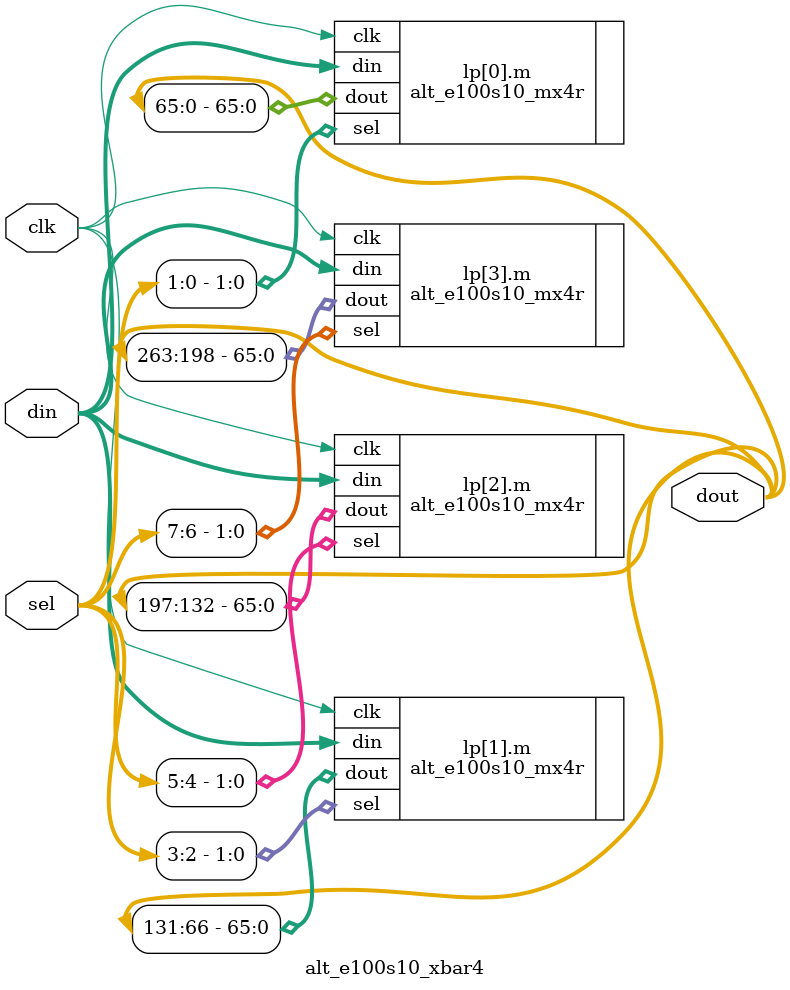
<source format=v>



`timescale 1 ps / 1 ps


module alt_e100s10_xbar4 #(
	parameter WIDTH = 66
)(
	input clk,
	input [4*2-1:0] sel,
	input [4*WIDTH-1:0] din,
	output [4*WIDTH-1:0] dout	
);

genvar i;
generate
	for (i=0; i<4; i=i+1) begin : lp
		alt_e100s10_mx4r m (
			.clk(clk),
			.din(din),
			.dout(dout[(i+1)*WIDTH-1:i*WIDTH]),
			.sel(sel[(i+1)*2-1:i*2])
		);	
		defparam m .WIDTH = WIDTH; 	
	end
endgenerate

endmodule
// BENCHMARK INFO :  5SGXEA7N2F45C2
// BENCHMARK INFO :  Max depth :  1.0 LUTs
// BENCHMARK INFO :  Total registers : 264
// BENCHMARK INFO :  Total pins : 537
// BENCHMARK INFO :  Total virtual pins : 0
// BENCHMARK INFO :  Total block memory bits : 0
// BENCHMARK INFO :  Comb ALUTs :                         ; 265             ;       ;
// BENCHMARK INFO :  ALMs : 133 / 234,720 ( < 1 % )
// BENCHMARK INFO :  Worst setup path @ 468.75MHz : 2.063 ns, From clk~inputCLKENA0FMAX_CAP_FF0, To clk~inputCLKENA0FMAX_CAP_FF1}
// BENCHMARK INFO :  Worst setup path @ 468.75MHz : 2.063 ns, From clk~inputCLKENA0FMAX_CAP_FF0, To clk~inputCLKENA0FMAX_CAP_FF1}
// BENCHMARK INFO :  Worst setup path @ 468.75MHz : 2.063 ns, From clk~inputCLKENA0FMAX_CAP_FF0, To clk~inputCLKENA0FMAX_CAP_FF1}

</source>
